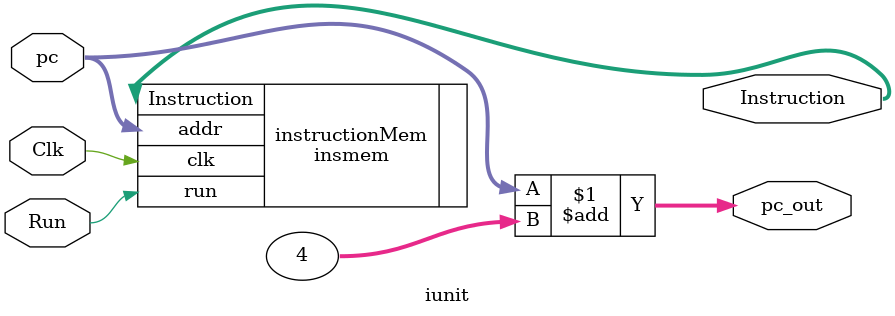
<source format=v>
module iunit(
        input       [31:0]  pc,
        input               Clk,
        input               Run,
        // input               nextSel,
        // input       [31:0]  branch_pc,
        output      [31:0]  pc_out,
        output      [31:0]  Instruction
    );

    // reg         [31:0]  pc;
    // wire        [31:0]  newpc;

    assign pc_out = pc + 4;

    insmem instructionMem(
               .clk         (Clk),
               .run         (Run),
               .addr        (pc),
               .Instruction (Instruction)
           );

    // mux2to1  #(
    //              .k     (32)
    //          )
    //          m (
    //              .A         (pc_out),
    //              .B         (branch_pc),
    //              .Selm      (nextSel),
    //              .R         (newpc)
    //          );

endmodule

</source>
